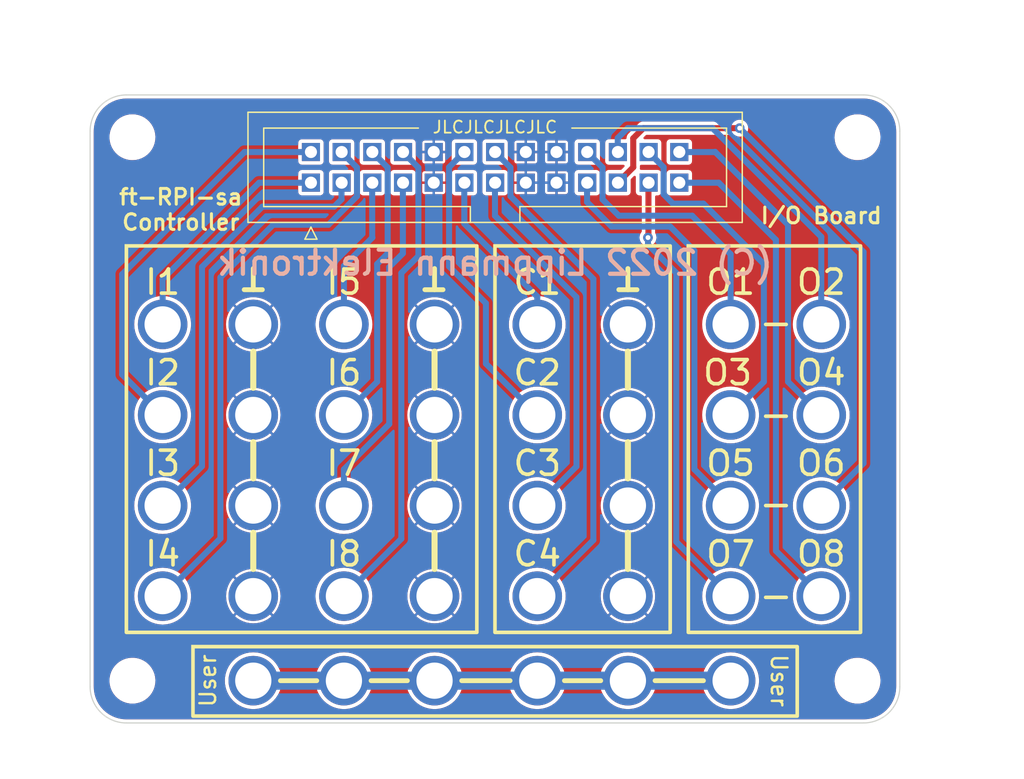
<source format=kicad_pcb>
(kicad_pcb (version 20241229) (generator "pcbnew") (generator_version "9.0")
  (layers (0 "F.Cu" signal) (2 "B.Cu" signal) (13 "F.Paste" user) (15 "B.Paste" user) (5 "F.SilkS" user "F.Silkscreen") (7 "B.SilkS" user "B.Silkscreen") (1 "F.Mask" user) (3 "B.Mask" user) (25 "Edge.Cuts" user))
  (net 0 "")
  (net 1 "Net-(C1-Pad1)")
  (net 2 "Net-(C2-Pad1)")
  (net 3 "Net-(C3-Pad1)")
  (net 4 "Net-(C4-Pad1)")
  (net 5 "GND")
  (net 6 "Net-(J1-Pad19)")
  (net 7 "Net-(J1-Pad20)")
  (net 8 "Net-(J1-Pad21)")
  (net 9 "Net-(J1-Pad22)")
  (net 10 "Net-(J1-Pad23)")
  (net 11 "Net-(J1-Pad24)")
  (net 12 "Net-(J1-Pad26)")
  (net 13 "Net-(J1-Pad25)")
  (net 14 "Net-(I1-Pad1)")
  (net 15 "Net-(RAIL2-Pad1)")
  (net 16 "Net-(I2-Pad1)")
  (net 17 "Net-(I3-Pad1)")
  (net 18 "Net-(I4-Pad1)")
  (net 19 "Net-(I5-Pad1)")
  (net 20 "Net-(I6-Pad1)")
  (net 21 "Net-(I7-Pad1)")
  (net 22 "Net-(I8-Pad1)")
  (footprint "RPI-Electronics:Bundhuelse_3mm" (layer "F.Cu") (at 122.99 71.07 90)
    (property "Reference" "GND7" (hide yes))
    (property "Value" "Conn_01x01")
    (pad "1" thru_hole circle (at 0 0 90) (size 4.1 4.1) (drill 3) (layers "*.Cu" "*.Mask") (net 5 "GND"))
  )
  (footprint "RPI-Electronics:Bundhuelse_3mm" (layer "F.Cu") (at 130.49 86.07)
    (property "Reference" "I7" (at 0 -3.5 180) (layer "F.SilkS") (effects (font (size 2 2) (thickness 0.3))))
    (property "Value" "Conn_01x01")
    (pad "1" thru_hole circle (at 0 0) (size 4.1 4.1) (drill 3) (layers "*.Cu" "*.Mask") (net 21 "Net-(I7-Pad1)"))
  )
  (footprint "MountingHole:MountingHole_3.2mm_M3_DIN965" (layer "F.Cu") (at 112.99 100.57)
    (property "Reference" "H4" (hide yes))
    (property "Value" "MountingHole")
    (pad "" np_thru_hole circle (at 0 0) (size 3.2 3.2) (drill 3.2) (layers "*.Cu" "*.Mask"))
  )
  (footprint "MountingHole:MountingHole_3.2mm_M3_DIN965" (layer "F.Cu") (at 172.99 100.57)
    (property "Reference" "H3" (hide yes))
    (property "Value" "MountingHole")
    (pad "" np_thru_hole circle (at 0 0) (size 3.2 3.2) (drill 3.2) (layers "*.Cu" "*.Mask"))
  )
  (footprint "RPI-Electronics:Bundhuelse_3mm" (layer "F.Cu") (at 146.49 100.57)
    (property "Reference" "RAIL4" (hide yes))
    (property "Value" "Conn_01x01")
    (pad "1" thru_hole circle (at 0 0) (size 4.1 4.1) (drill 3) (layers "*.Cu" "*.Mask") (net 15 "Net-(RAIL2-Pad1)"))
  )
  (footprint "RPI-Electronics:Bundhuelse_3mm" (layer "F.Cu") (at 162.49 100.57)
    (property "Reference" "RAIL6" (hide yes))
    (property "Value" "Conn_01x01")
    (pad "1" thru_hole circle (at 0 0) (size 4.1 4.1) (drill 3) (layers "*.Cu" "*.Mask") (net 15 "Net-(RAIL2-Pad1)"))
  )
  (footprint "MountingHole:MountingHole_3.2mm_M3_DIN965" (layer "F.Cu") (at 112.99 55.57)
    (property "Reference" "H1" (hide yes))
    (property "Value" "MountingHole")
    (pad "" np_thru_hole circle (at 0 0) (size 3.2 3.2) (drill 3.2) (layers "*.Cu" "*.Mask"))
  )
  (footprint "RPI-Electronics:Bundhuelse_3mm" (layer "F.Cu") (at 169.99 78.57)
    (property "Reference" "O4" (at 0 -3.5 180) (layer "F.SilkS") (effects (font (size 2 2) (thickness 0.3))))
    (property "Value" "Conn_01x01")
    (pad "1" thru_hole circle (at 0 0) (size 4.1 4.1) (drill 3) (layers "*.Cu" "*.Mask") (net 12 "Net-(J1-Pad26)"))
  )
  (footprint "RPI-Electronics:Bundhuelse_3mm" (layer "F.Cu") (at 153.99 93.57 90)
    (property "Reference" "GND8" (hide yes))
    (property "Value" "Conn_01x01")
    (pad "1" thru_hole circle (at 0 0 90) (size 4.1 4.1) (drill 3) (layers "*.Cu" "*.Mask") (net 5 "GND"))
  )
  (footprint "RPI-Electronics:Bundhuelse_3mm" (layer "F.Cu") (at 162.49 78.57)
    (property "Reference" "O3" (at -0.25 -3.5 180) (layer "F.SilkS") (effects (font (size 2 2) (thickness 0.3))))
    (property "Value" "Conn_01x01")
    (pad "1" thru_hole circle (at 0 0) (size 4.1 4.1) (drill 3) (layers "*.Cu" "*.Mask") (net 11 "Net-(J1-Pad24)"))
  )
  (footprint "RPI-Electronics:Bundhuelse_3mm" (layer "F.Cu") (at 153.99 78.57 90)
    (property "Reference" "GND10" (hide yes))
    (property "Value" "Conn_01x01")
    (pad "1" thru_hole circle (at 0 0 90) (size 4.1 4.1) (drill 3) (layers "*.Cu" "*.Mask") (net 5 "GND"))
  )
  (footprint "RPI-Electronics:Bundhuelse_3mm" (layer "F.Cu") (at 146.49 93.57 -90)
    (property "Reference" "C4" (at -3.5 0 180) (layer "F.SilkS") (effects (font (size 2 2) (thickness 0.3))))
    (property "Value" "Conn_01x01")
    (pad "1" thru_hole circle (at 0 0 270) (size 4.1 4.1) (drill 3) (layers "*.Cu" "*.Mask") (net 4 "Net-(C4-Pad1)"))
  )
  (footprint "RPI-Electronics:Bundhuelse_3mm" (layer "F.Cu") (at 146.49 71.07 -90)
    (property "Reference" "C1" (at -3.5 0 180) (layer "F.SilkS") (effects (font (size 2 2) (thickness 0.3))))
    (property "Value" "Conn_01x01")
    (pad "1" thru_hole circle (at 0 0 270) (size 4.1 4.1) (drill 3) (layers "*.Cu" "*.Mask") (net 1 "Net-(C1-Pad1)"))
  )
  (footprint "RPI-Electronics:Bundhuelse_3mm" (layer "F.Cu") (at 137.99 93.57 90)
    (property "Reference" "GND12" (hide yes))
    (property "Value" "Conn_01x01")
    (pad "1" thru_hole circle (at 0 0 90) (size 4.1 4.1) (drill 3) (layers "*.Cu" "*.Mask") (net 5 "GND"))
  )
  (footprint "RPI-Electronics:Bundhuelse_3mm" (layer "F.Cu") (at 153.99 100.57)
    (property "Reference" "RAIL5" (hide yes))
    (property "Value" "Conn_01x01")
    (pad "1" thru_hole circle (at 0 0) (size 4.1 4.1) (drill 3) (layers "*.Cu" "*.Mask") (net 15 "Net-(RAIL2-Pad1)"))
  )
  (footprint "RPI-Electronics:Bundhuelse_3mm" (layer "F.Cu") (at 137.99 86.07 90)
    (property "Reference" "GND1" (hide yes))
    (property "Value" "Conn_01x01")
    (pad "1" thru_hole circle (at 0 0 90) (size 4.1 4.1) (drill 3) (layers "*.Cu" "*.Mask") (net 5 "GND"))
  )
  (footprint "RPI-Electronics:Bundhuelse_3mm" (layer "F.Cu") (at 169.99 86.07)
    (property "Reference" "O6" (at 0 -3.5 180) (layer "F.SilkS") (effects (font (size 2 2) (thickness 0.3))))
    (property "Value" "Conn_01x01")
    (pad "1" thru_hole circle (at 0 0) (size 4.1 4.1) (drill 3) (layers "*.Cu" "*.Mask") (net 8 "Net-(J1-Pad21)"))
  )
  (footprint "RPI-Electronics:Bundhuelse_3mm" (layer "F.Cu") (at 115.49 93.57)
    (property "Reference" "I4" (at 0 -3.5 180) (layer "F.SilkS") (effects (font (size 2 2) (thickness 0.3))))
    (property "Value" "Conn_01x01")
    (pad "1" thru_hole circle (at 0 0) (size 4.1 4.1) (drill 3) (layers "*.Cu" "*.Mask") (net 18 "Net-(I4-Pad1)"))
  )
  (footprint "RPI-Electronics:Bundhuelse_3mm" (layer "F.Cu") (at 162.49 93.57)
    (property "Reference" "O7" (at 0 -3.5 180) (layer "F.SilkS") (effects (font (size 2 2) (thickness 0.3))))
    (property "Value" "Conn_01x01")
    (pad "1" thru_hole circle (at 0 0) (size 4.1 4.1) (drill 3) (layers "*.Cu" "*.Mask") (net 10 "Net-(J1-Pad23)"))
  )
  (footprint "RPI-Electronics:Bundhuelse_3mm" (layer "F.Cu") (at 130.49 71.07)
    (property "Reference" "I5" (at 0 -3.5 180) (layer "F.SilkS") (effects (font (size 2 2) (thickness 0.3))))
    (property "Value" "Conn_01x01")
    (pad "1" thru_hole circle (at 0 0) (size 4.1 4.1) (drill 3) (layers "*.Cu" "*.Mask") (net 19 "Net-(I5-Pad1)"))
  )
  (footprint "RPI-Electronics:Bundhuelse_3mm" (layer "F.Cu") (at 146.49 86.07 -90)
    (property "Reference" "C3" (at -3.5 0 180) (layer "F.SilkS") (effects (font (size 2 2) (thickness 0.3))))
    (property "Value" "Conn_01x01")
    (pad "1" thru_hole circle (at 0 0 270) (size 4.1 4.1) (drill 3) (layers "*.Cu" "*.Mask") (net 3 "Net-(C3-Pad1)"))
  )
  (footprint "RPI-Electronics:Bundhuelse_3mm" (layer "F.Cu") (at 169.99 93.57)
    (property "Reference" "O8" (at 0 -3.5 180) (layer "F.SilkS") (effects (font (size 2 2) (thickness 0.3))))
    (property "Value" "Conn_01x01")
    (pad "1" thru_hole circle (at 0 0) (size 4.1 4.1) (drill 3) (layers "*.Cu" "*.Mask") (net 13 "Net-(J1-Pad25)"))
  )
  (footprint "RPI-Electronics:Bundhuelse_3mm" (layer "F.Cu") (at 137.99 100.57)
    (property "Reference" "RAIL3" (hide yes))
    (property "Value" "Conn_01x01")
    (pad "1" thru_hole circle (at 0 0) (size 4.1 4.1) (drill 3) (layers "*.Cu" "*.Mask") (net 15 "Net-(RAIL2-Pad1)"))
  )
  (footprint "RPI-Electronics:Bundhuelse_3mm" (layer "F.Cu") (at 130.49 78.57)
    (property "Reference" "I6" (at 0 -3.5 180) (layer "F.SilkS") (effects (font (size 2 2) (thickness 0.3))))
    (property "Value" "Conn_01x01")
    (pad "1" thru_hole circle (at 0 0) (size 4.1 4.1) (drill 3) (layers "*.Cu" "*.Mask") (net 20 "Net-(I6-Pad1)"))
  )
  (footprint "RPI-Electronics:Bundhuelse_3mm" (layer "F.Cu") (at 162.49 71.07)
    (property "Reference" "O1" (at 0 -3.5 180) (layer "F.SilkS") (effects (font (size 2 2) (thickness 0.3))))
    (property "Value" "Conn_01x01")
    (pad "1" thru_hole circle (at 0 0) (size 4.1 4.1) (drill 3) (layers "*.Cu" "*.Mask") (net 7 "Net-(J1-Pad20)"))
  )
  (footprint "RPI-Electronics:Bundhuelse_3mm" (layer "F.Cu") (at 122.99 78.57 90)
    (property "Reference" "GND6" (hide yes))
    (property "Value" "Conn_01x01")
    (pad "1" thru_hole circle (at 0 0 90) (size 4.1 4.1) (drill 3) (layers "*.Cu" "*.Mask") (net 5 "GND"))
  )
  (footprint "RPI-Electronics:Bundhuelse_3mm" (layer "F.Cu") (at 122.99 100.57)
    (property "Reference" "RAIL1" (hide yes))
    (property "Value" "Conn_01x01")
    (pad "1" thru_hole circle (at 0 0) (size 4.1 4.1) (drill 3) (layers "*.Cu" "*.Mask") (net 15 "Net-(RAIL2-Pad1)"))
  )
  (footprint "RPI-Electronics:Bundhuelse_3mm" (layer "F.Cu") (at 115.49 78.57)
    (property "Reference" "I2" (at 0 -3.5 180) (layer "F.SilkS") (effects (font (size 2 2) (thickness 0.3))))
    (property "Value" "Conn_01x01")
    (pad "1" thru_hole circle (at 0 0) (size 4.1 4.1) (drill 3) (layers "*.Cu" "*.Mask") (net 16 "Net-(I2-Pad1)"))
  )
  (footprint "MountingHole:MountingHole_3.2mm_M3_DIN965" (layer "F.Cu") (at 172.99 55.57)
    (property "Reference" "H2" (hide yes))
    (property "Value" "MountingHole")
    (pad "" np_thru_hole circle (at 0 0) (size 3.2 3.2) (drill 3.2) (layers "*.Cu" "*.Mask"))
  )
  (footprint "RPI-Electronics:Bundhuelse_3mm" (layer "F.Cu") (at 162.49 86.07)
    (property "Reference" "O5" (at 0 -3.5 180) (layer "F.SilkS") (effects (font (size 2 2) (thickness 0.3))))
    (property "Value" "Conn_01x01")
    (pad "1" thru_hole circle (at 0 0) (size 4.1 4.1) (drill 3) (layers "*.Cu" "*.Mask") (net 6 "Net-(J1-Pad19)"))
  )
  (footprint "RPI-Electronics:Bundhuelse_3mm" (layer "F.Cu") (at 130.49 93.57)
    (property "Reference" "I8" (at 0 -3.5 180) (layer "F.SilkS") (effects (font (size 2 2) (thickness 0.3))))
    (property "Value" "Conn_01x01")
    (pad "1" thru_hole circle (at 0 0) (size 4.1 4.1) (drill 3) (layers "*.Cu" "*.Mask") (net 22 "Net-(I8-Pad1)"))
  )
  (footprint "Connector_IDC:IDC-Header_2x13_P2.54mm_Vertical" (layer "F.Cu") (at 127.762 59.3344 90)
    (property "Reference" "J1" (hide yes))
    (property "Value" "Conn_02x13_Odd_Even")
    (fp_line (start 5.83 -5.21) (end 5.83 35.69) (stroke (width 0.12)) (layer "F.SilkS"))
    (fp_line (start -3.29 -5.21) (end 5.83 -5.21) (stroke (width 0.12)) (layer "F.SilkS"))
    (fp_line (start 4.52 -3.91) (end 4.52 8.89) (stroke (width 0.12)) (layer "F.SilkS"))
    (fp_line (start -1.98 -3.91) (end 4.52 -3.91) (stroke (width 0.12)) (layer "F.SilkS"))
    (fp_line (start -4.68 -0.5) (end -4.68 0.5) (stroke (width 0.12)) (layer "F.SilkS"))
    (fp_line (start -3.68 0) (end -4.68 -0.5) (stroke (width 0.12)) (layer "F.SilkS"))
    (fp_line (start -4.68 0.5) (end -3.68 0) (stroke (width 0.12)) (layer "F.SilkS"))
    (fp_line (start -1.98 13.19) (end -1.98 -3.91) (stroke (width 0.12)) (layer "F.SilkS"))
    (fp_line (start -3.29 13.19) (end -1.98 13.19) (stroke (width 0.12)) (layer "F.SilkS"))
    (fp_line (start -1.98 17.29) (end -1.98 17.29) (stroke (width 0.12)) (layer "F.SilkS"))
    (fp_line (start -1.98 17.29) (end -3.29 17.29) (stroke (width 0.12)) (layer "F.SilkS"))
    (fp_line (start 4.52 21.59) (end 4.52 34.39) (stroke (width 0.12)) (layer "F.SilkS"))
    (fp_line (start 4.52 34.39) (end -1.98 34.39) (stroke (width 0.12)) (layer "F.SilkS"))
    (fp_line (start -1.98 34.39) (end -1.98 17.29) (stroke (width 0.12)) (layer "F.SilkS"))
    (fp_line (start 5.83 35.69) (end -3.29 35.69) (stroke (width 0.12)) (layer "F.SilkS"))
    (fp_line (start -3.29 35.69) (end -3.29 -5.21) (stroke (width 0.12)) (layer "F.SilkS"))
    (pad "1" thru_hole custom (at 0 0 90) (size 1.5 1.5) (drill 1) (layers "*.Cu" "*.Mask") (net 14 "Net-(I1-Pad1)") (options (clearance outline) (anchor rect)) (primitives))
    (pad "2" thru_hole custom (at 2.54 0 90) (size 1.5 1.5) (drill 1) (layers "*.Cu" "*.Mask") (net 16 "Net-(I2-Pad1)") (options (clearance outline) (anchor rect)) (primitives))
    (pad "3" thru_hole custom (at 0 2.54 90) (size 1.5 1.5) (drill 1) (layers "*.Cu" "*.Mask") (net 17 "Net-(I3-Pad1)") (options (clearance outline) (anchor rect)) (primitives))
    (pad "4" thru_hole custom (at 2.54 2.54 90) (size 1.5 1.5) (drill 1) (layers "*.Cu" "*.Mask") (net 18 "Net-(I4-Pad1)") (options (clearance outline) (anchor rect)) (primitives))
    (pad "5" thru_hole custom (at 0 5.08 90) (size 1.5 1.5) (drill 1) (layers "*.Cu" "*.Mask") (net 19 "Net-(I5-Pad1)") (options (clearance outline) (anchor rect)) (primitives))
    (pad "6" thru_hole custom (at 2.54 5.08 90) (size 1.5 1.5) (drill 1) (layers "*.Cu" "*.Mask") (net 20 "Net-(I6-Pad1)") (options (clearance outline) (anchor rect)) (primitives))
    (pad "7" thru_hole custom (at 0 7.62 90) (size 1.5 1.5) (drill 1) (layers "*.Cu" "*.Mask") (net 21 "Net-(I7-Pad1)") (options (clearance outline) (anchor rect)) (primitives))
    (pad "8" thru_hole custom (at 2.54 7.62 90) (size 1.5 1.5) (drill 1) (layers "*.Cu" "*.Mask") (net 22 "Net-(I8-Pad1)") (options (clearance outline) (anchor rect)) (primitives))
    (pad "9" thru_hole custom (at 0 10.16 90) (size 1.5 1.5) (drill 1) (layers "*.Cu" "*.Mask") (net 5 "GND") (options (clearance outline) (anchor rect)) (primitives))
    (pad "10" thru_hole custom (at 2.54 10.16 90) (size 1.5 1.5) (drill 1) (layers "*.Cu" "*.Mask") (net 5 "GND") (options (clearance outline) (anchor rect)) (primitives))
    (pad "11" thru_hole custom (at 0 12.7 90) (size 1.5 1.5) (drill 1) (layers "*.Cu" "*.Mask") (net 1 "Net-(C1-Pad1)") (options (clearance outline) (anchor rect)) (primitives))
    (pad "12" thru_hole custom (at 2.54 12.7 90) (size 1.5 1.5) (drill 1) (layers "*.Cu" "*.Mask") (net 2 "Net-(C2-Pad1)") (options (clearance outline) (anchor rect)) (primitives))
    (pad "13" thru_hole custom (at 0 15.24 90) (size 1.5 1.5) (drill 1) (layers "*.Cu" "*.Mask") (net 3 "Net-(C3-Pad1)") (options (clearance outline) (anchor rect)) (primitives))
    (pad "14" thru_hole custom (at 2.54 15.24 90) (size 1.5 1.5) (drill 1) (layers "*.Cu" "*.Mask") (net 4 "Net-(C4-Pad1)") (options (clearance outline) (anchor rect)) (primitives))
    (pad "15" thru_hole custom (at 0 17.78 90) (size 1.5 1.5) (drill 1) (layers "*.Cu" "*.Mask") (net 5 "GND") (options (clearance outline) (anchor rect)) (primitives))
    (pad "16" thru_hole custom (at 2.54 17.78 90) (size 1.5 1.5) (drill 1) (layers "*.Cu" "*.Mask") (net 5 "GND") (options (clearance outline) (anchor rect)) (primitives))
    (pad "17" thru_hole custom (at 0 20.32 90) (size 1.5 1.5) (drill 1) (layers "*.Cu" "*.Mask") (net 5 "GND") (options (clearance outline) (anchor rect)) (primitives))
    (pad "18" thru_hole custom (at 2.54 20.32 90) (size 1.5 1.5) (drill 1) (layers "*.Cu" "*.Mask") (net 5 "GND") (options (clearance outline) (anchor rect)) (primitives))
    (pad "19" thru_hole custom (at 0 22.86 90) (size 1.5 1.5) (drill 1) (layers "*.Cu" "*.Mask") (net 6 "Net-(J1-Pad19)") (options (clearance outline) (anchor rect)) (primitives))
    (pad "20" thru_hole custom (at 2.54 22.86 90) (size 1.5 1.5) (drill 1) (layers "*.Cu" "*.Mask") (net 7 "Net-(J1-Pad20)") (options (clearance outline) (anchor rect)) (primitives))
    (pad "21" thru_hole custom (at 0 25.4 90) (size 1.5 1.5) (drill 1) (layers "*.Cu" "*.Mask") (net 8 "Net-(J1-Pad21)") (options (clearance outline) (anchor rect)) (primitives))
    (pad "22" thru_hole custom (at 2.54 25.4 90) (size 1.5 1.5) (drill 1) (layers "*.Cu" "*.Mask") (net 9 "Net-(J1-Pad22)") (options (clearance outline) (anchor rect)) (primitives))
    (pad "23" thru_hole custom (at 0 27.94 90) (size 1.5 1.5) (drill 1) (layers "*.Cu" "*.Mask") (net 10 "Net-(J1-Pad23)") (options (clearance outline) (anchor rect)) (primitives))
    (pad "24" thru_hole custom (at 2.54 27.94 90) (size 1.5 1.5) (drill 1) (layers "*.Cu" "*.Mask") (net 11 "Net-(J1-Pad24)") (options (clearance outline) (anchor rect)) (primitives))
    (pad "25" thru_hole custom (at 0 30.48 90) (size 1.5 1.5) (drill 1) (layers "*.Cu" "*.Mask") (net 13 "Net-(J1-Pad25)") (options (clearance outline) (anchor rect)) (primitives))
    (pad "26" thru_hole custom (at 2.54 30.48 90) (size 1.5 1.5) (drill 1) (layers "*.Cu" "*.Mask") (net 12 "Net-(J1-Pad26)") (options (clearance outline) (anchor rect)) (primitives))
  )
  (footprint "RPI-Electronics:Bundhuelse_3mm" (layer "F.Cu") (at 153.99 86.07 90)
    (property "Reference" "GND9" (hide yes))
    (property "Value" "Conn_01x01")
    (pad "1" thru_hole circle (at 0 0 90) (size 4.1 4.1) (drill 3) (layers "*.Cu" "*.Mask") (net 5 "GND"))
  )
  (footprint "RPI-Electronics:Bundhuelse_3mm" (layer "F.Cu") (at 137.99 78.57 90)
    (property "Reference" "GND2" (hide yes))
    (property "Value" "Conn_01x01")
    (pad "1" thru_hole circle (at 0 0 90) (size 4.1 4.1) (drill 3) (layers "*.Cu" "*.Mask") (net 5 "GND"))
  )
  (footprint "RPI-Electronics:Bundhuelse_3mm" (layer "F.Cu") (at 137.99 71.07 90)
    (property "Reference" "GND3" (hide yes))
    (property "Value" "Conn_01x01")
    (pad "1" thru_hole circle (at 0 0 90) (size 4.1 4.1) (drill 3) (layers "*.Cu" "*.Mask") (net 5 "GND"))
  )
  (footprint "RPI-Electronics:Bundhuelse_3mm" (layer "F.Cu") (at 153.99 71.07 90)
    (property "Reference" "GND11" (hide yes))
    (property "Value" "Conn_01x01")
    (pad "1" thru_hole circle (at 0 0 90) (size 4.1 4.1) (drill 3) (layers "*.Cu" "*.Mask") (net 5 "GND"))
  )
  (footprint "RPI-Electronics:Bundhuelse_3mm" (layer "F.Cu") (at 130.49 100.57)
    (property "Reference" "RAIL2" (hide yes))
    (property "Value" "Conn_01x01")
    (pad "1" thru_hole circle (at 0 0) (size 4.1 4.1) (drill 3) (layers "*.Cu" "*.Mask") (net 15 "Net-(RAIL2-Pad1)"))
  )
  (footprint "RPI-Electronics:Bundhuelse_3mm" (layer "F.Cu") (at 122.99 93.57 90)
    (property "Reference" "GND4" (hide yes))
    (property "Value" "Conn_01x01")
    (pad "1" thru_hole circle (at 0 0 90) (size 4.1 4.1) (drill 3) (layers "*.Cu" "*.Mask") (net 5 "GND"))
  )
  (footprint "RPI-Electronics:Bundhuelse_3mm" (layer "F.Cu") (at 115.49 71.07)
    (property "Reference" "I1" (at 0 -3.5 180) (layer "F.SilkS") (effects (font (size 2 2) (thickness 0.3))))
    (property "Value" "Conn_01x01")
    (pad "1" thru_hole circle (at 0 0) (size 4.1 4.1) (drill 3) (layers "*.Cu" "*.Mask") (net 14 "Net-(I1-Pad1)"))
  )
  (footprint "RPI-Electronics:Bundhuelse_3mm" (layer "F.Cu") (at 146.49 78.57 -90)
    (property "Reference" "C2" (at -3.5 0 180) (layer "F.SilkS") (effects (font (size 2 2) (thickness 0.3))))
    (property "Value" "Conn_01x01")
    (pad "1" thru_hole circle (at 0 0 270) (size 4.1 4.1) (drill 3) (layers "*.Cu" "*.Mask") (net 2 "Net-(C2-Pad1)"))
  )
  (footprint "RPI-Electronics:Bundhuelse_3mm" (layer "F.Cu") (at 122.99 86.07 90)
    (property "Reference" "GND5" (hide yes))
    (property "Value" "Conn_01x01")
    (pad "1" thru_hole circle (at 0 0 90) (size 4.1 4.1) (drill 3) (layers "*.Cu" "*.Mask") (net 5 "GND"))
  )
  (footprint "RPI-Electronics:Bundhuelse_3mm" (layer "F.Cu") (at 115.49 86.07)
    (property "Reference" "I3" (at 0 -3.5 180) (layer "F.SilkS") (effects (font (size 2 2) (thickness 0.3))))
    (property "Value" "Conn_01x01")
    (pad "1" thru_hole circle (at 0 0) (size 4.1 4.1) (drill 3) (layers "*.Cu" "*.Mask") (net 17 "Net-(I3-Pad1)"))
  )
  (footprint "RPI-Electronics:Bundhuelse_3mm" (layer "F.Cu") (at 169.99 71.07)
    (property "Reference" "O2" (at 0 -3.5 180) (layer "F.SilkS") (effects (font (size 2 2) (thickness 0.3))))
    (property "Value" "Conn_01x01")
    (pad "1" thru_hole circle (at 0 0) (size 4.1 4.1) (drill 3) (layers "*.Cu" "*.Mask") (net 9 "Net-(J1-Pad22)"))
  )
  (gr_line (start 137.99 91.32) (end 137.99 88.32) (stroke (width 0.5)) (layer "F.SilkS"))
  (gr_line (start 153.99 83.82) (end 153.99 80.82) (stroke (width 0.5)) (layer "F.SilkS"))
  (gr_line (start 137.99 66.445) (end 137.99 68.195) (stroke (width 0.4)) (layer "F.SilkS"))
  (gr_line (start 122.99 66.445) (end 122.99 68.195) (stroke (width 0.4)) (layer "F.SilkS"))
  (gr_line (start 122.24 68.195) (end 123.74 68.195) (stroke (width 0.4)) (layer "F.SilkS"))
  (gr_line (start 165.39 86.07) (end 167.09 86.07) (stroke (width 0.3)) (layer "F.SilkS"))
  (gr_line (start 125.24 100.57) (end 128.24 100.57) (stroke (width 0.4)) (layer "F.SilkS"))
  (gr_line (start 137.19 68.195) (end 138.69 68.195) (stroke (width 0.4)) (layer "F.SilkS"))
  (gr_line (start 156.24 100.57) (end 160.24 100.57) (stroke (width 0.4)) (layer "F.SilkS"))
  (gr_rect (start 158.99 64.57) (end 173.24 96.57) (stroke (width 0.3)) (fill no) (layer "F.SilkS"))
  (gr_line (start 132.74 100.57) (end 135.74 100.57) (stroke (width 0.4)) (layer "F.SilkS"))
  (gr_line (start 165.39 93.67) (end 167.09 93.67) (stroke (width 0.3)) (layer "F.SilkS"))
  (gr_line (start 153.99 76.32) (end 153.99 73.32) (stroke (width 0.5)) (layer "F.SilkS"))
  (gr_line (start 122.99 83.82) (end 122.99 80.82) (stroke (width 0.5)) (layer "F.SilkS"))
  (gr_line (start 122.99 91.32) (end 122.99 88.32) (stroke (width 0.5)) (layer "F.SilkS"))
  (gr_rect (start 142.99 64.57) (end 157.49 96.57) (stroke (width 0.3)) (fill no) (layer "F.SilkS"))
  (gr_line (start 140.24 100.57) (end 144.24 100.57) (stroke (width 0.4)) (layer "F.SilkS"))
  (gr_rect (start 112.49 64.57) (end 141.49 96.57) (stroke (width 0.3)) (fill no) (layer "F.SilkS"))
  (gr_line (start 153.99 91.32) (end 153.99 88.32) (stroke (width 0.5)) (layer "F.SilkS"))
  (gr_rect (start 118 97.75) (end 168 103.5) (stroke (width 0.3)) (fill no) (layer "F.SilkS"))
  (gr_line (start 122.99 76.32) (end 122.99 73.32) (stroke (width 0.5)) (layer "F.SilkS"))
  (gr_line (start 153.24 68.195) (end 154.74 68.195) (stroke (width 0.4)) (layer "F.SilkS"))
  (gr_line (start 148.74 100.57) (end 151.74 100.57) (stroke (width 0.4)) (layer "F.SilkS"))
  (gr_line (start 137.99 83.82) (end 137.99 80.82) (stroke (width 0.5)) (layer "F.SilkS"))
  (gr_line (start 153.99 66.445) (end 153.99 68.195) (stroke (width 0.4)) (layer "F.SilkS"))
  (gr_line (start 165.39 71.07) (end 167.09 71.07) (stroke (width 0.3)) (layer "F.SilkS"))
  (gr_line (start 137.99 76.32) (end 137.99 73.32) (stroke (width 0.5)) (layer "F.SilkS"))
  (gr_line (start 165.39 78.67) (end 167.09 78.67) (stroke (width 0.3)) (layer "F.SilkS"))
  (gr_line (start 176.49 101.07) (end 176.49 55.07) (stroke (width 0.1)) (layer "Edge.Cuts"))
  (gr_line (start 112.49 52.07) (end 173.49 52.07) (stroke (width 0.1)) (layer "Edge.Cuts"))
  (gr_arc (start 112.49 104.07) (mid 110.36868 103.19132) (end 109.49 101.07) (stroke (width 0.1)) (layer "Edge.Cuts"))
  (gr_arc (start 176.49 101.07) (mid 175.61132 103.19132) (end 173.49 104.07) (stroke (width 0.1)) (layer "Edge.Cuts"))
  (gr_line (start 109.49 101.07) (end 109.49 55.07) (stroke (width 0.1)) (layer "Edge.Cuts"))
  (gr_line (start 112.49 104.07) (end 173.49 104.07) (stroke (width 0.1)) (layer "Edge.Cuts"))
  (gr_arc (start 109.49 55.07) (mid 110.36868 52.94868) (end 112.49 52.07) (stroke (width 0.1)) (layer "Edge.Cuts"))
  (gr_arc (start 173.49 52.07) (mid 175.61132 52.94868) (end 176.49 55.07) (stroke (width 0.1)) (layer "Edge.Cuts"))
  (gr_text "User" (at 119.24 100.57 90) (layer "F.SilkS") (effects (font (size 1.3 1.3) (thickness 0.2))))
  (gr_text "User" (at 166.49 100.57 270) (layer "F.SilkS") (effects (font (size 1.3 1.3) (thickness 0.2))))
  (gr_text "JLCJLCJLCJLC" (at 142.99 54.737 0) (layer "F.SilkS") (effects (font (size 1 1))))
  (gr_text "ft-RPI-sa\nController" (at 116.99 61.57 0) (layer "F.SilkS") (effects (font (size 1.3 1.3) (thickness 0.25))))
  (gr_text "I/O Board" (at 169.99 62.07 0) (layer "F.SilkS") (effects (font (size 1.3 1.3) (thickness 0.25))))
  (gr_text "(C) 2022 Lippmann Elektronik" (at 142.99 65.97 0) (layer "B.SilkS") (effects (font (size 2 2) (thickness 0.35)) (justify mirror)))
  (segment (start 140.45 59.34) (end 140.45 62.726) (width 0.5) (layer "B.Cu") (net 1))
  (segment (start 140.45 62.726) (end 146.49 68.766) (width 0.5) (layer "B.Cu") (net 1))
  (segment (start 146.49 68.766) (end 146.49 71.07) (width 0.5) (layer "B.Cu") (net 1))
  (segment (start 142.24 69.32) (end 142.24 74.32) (width 0.5) (layer "B.Cu") (net 2))
  (segment (start 142.24 74.32) (end 146.49 78.57) (width 0.5) (layer "B.Cu") (net 2))
  (segment (start 139.192 58.058) (end 139.192 66.272) (width 0.5) (layer "B.Cu") (net 2))
  (segment (start 140.45 56.8) (end 139.192 58.058) (width 0.5) (layer "B.Cu") (net 2))
  (segment (start 139.192 66.272) (end 142.24 69.32) (width 0.5) (layer "B.Cu") (net 2))
  (segment (start 142.99 62.07) (end 149.733 68.813) (width 0.5) (layer "B.Cu") (net 3))
  (segment (start 149.733 68.813) (end 149.733 82.827) (width 0.5) (layer "B.Cu") (net 3))
  (segment (start 142.99 59.34) (end 142.99 62.07) (width 0.5) (layer "B.Cu") (net 3))
  (segment (start 149.733 82.827) (end 146.49 86.07) (width 0.5) (layer "B.Cu") (net 3))
  (segment (start 151.13 67.31) (end 151.13 88.93) (width 0.5) (layer "B.Cu") (net 4))
  (segment (start 142.99 56.8) (end 144.272 58.082) (width 0.5) (layer "B.Cu") (net 4))
  (segment (start 151.13 88.93) (end 146.49 93.57) (width 0.5) (layer "B.Cu") (net 4))
  (segment (start 144.272 58.082) (end 144.272 60.452) (width 0.5) (layer "B.Cu") (net 4))
  (segment (start 144.272 60.452) (end 151.13 67.31) (width 0.5) (layer "B.Cu") (net 4))
  (segment (start 150.61 59.34) (end 150.61 60.94) (width 0.5) (layer "B.Cu") (net 6))
  (segment (start 159.49 64.969311) (end 157.491188 62.970499) (width 0.5) (layer "B.Cu") (net 6))
  (segment (start 150.61 60.94) (end 152.640499 62.970499) (width 0.5) (layer "B.Cu") (net 6))
  (segment (start 157.491188 62.970499) (end 152.640499 62.970499) (width 0.5) (layer "B.Cu") (net 6))
  (segment (start 162.49 86.07) (end 159.49 83.07) (width 0.5) (layer "B.Cu") (net 6))
  (segment (start 159.49 83.07) (end 159.49 64.969311) (width 0.5) (layer "B.Cu") (net 6))
  (segment (start 151.892 58.082) (end 151.892 60.722) (width 0.5) (layer "B.Cu") (net 7))
  (segment (start 150.61 56.8) (end 151.892 58.082) (width 0.5) (layer "B.Cu") (net 7))
  (segment (start 162.49 65.2575) (end 162.49 71.07) (width 0.5) (layer "B.Cu") (net 7))
  (segment (start 153.24 62.07) (end 159.3025 62.07) (width 0.5) (layer "B.Cu") (net 7))
  (segment (start 151.892 60.722) (end 153.24 62.07) (width 0.5) (layer "B.Cu") (net 7))
  (segment (start 159.3025 62.07) (end 162.49 65.2575) (width 0.5) (layer "B.Cu") (net 7))
  (segment (start 153.15 59.34) (end 154.432 58.058) (width 0.5) (layer "F.Cu") (net 8))
  (segment (start 154.432 55.658978) (end 155.270978 54.82) (width 0.5) (layer "F.Cu") (net 8))
  (segment (start 155.270978 54.82) (end 163.24 54.82) (width 0.5) (layer "F.Cu") (net 8))
  (segment (start 154.432 58.058) (end 154.432 55.658978) (width 0.5) (layer "F.Cu") (net 8))
  (via (at 163.24 54.82) (size 0.8) (drill 0.4) (layers "F.Cu" "B.Cu") (net 8))
  (segment (start 173.49 65.07) (end 163.24 54.82) (width 0.5) (layer "B.Cu") (net 8))
  (segment (start 169.99 86.07) (end 173.49 82.57) (width 0.5) (layer "B.Cu") (net 8))
  (segment (start 173.49 82.57) (end 173.49 65.07) (width 0.5) (layer "B.Cu") (net 8))
  (segment (start 169.99 71.07) (end 169.99 63.82) (width 0.5) (layer "B.Cu") (net 9))
  (segment (start 153.15 55.638) (end 153.15 56.8) (width 0.5) (layer "B.Cu") (net 9))
  (segment (start 160.99 54.82) (end 153.968 54.82) (width 0.5) (layer "B.Cu") (net 9))
  (segment (start 153.968 54.82) (end 153.15 55.638) (width 0.5) (layer "B.Cu") (net 9))
  (segment (start 169.99 63.82) (end 160.99 54.82) (width 0.5) (layer "B.Cu") (net 9))
  (segment (start 155.6512 63.881) (end 155.69 63.8422) (width 0.5) (layer "F.Cu") (net 10))
  (segment (start 155.69 63.8422) (end 155.69 59.34) (width 0.5) (layer "F.Cu") (net 10))
  (via (at 155.6512 63.881) (size 0.8) (drill 0.4) (layers "F.Cu" "B.Cu") (net 10))
  (segment (start 157.99 66.804) (end 157.99 89.07) (width 0.5) (layer "B.Cu") (net 10))
  (segment (start 155.6512 64.4652) (end 157.99 66.804) (width 0.5) (layer "B.Cu") (net 10))
  (segment (start 155.6512 63.881) (end 155.6512 64.4652) (width 0.5) (layer "B.Cu") (net 10))
  (segment (start 157.99 89.07) (end 162.49 93.57) (width 0.5) (layer "B.Cu") (net 10))
  (segment (start 165.24 75.82) (end 162.49 78.57) (width 0.5) (layer "B.Cu") (net 11))
  (segment (start 156.9466 60.2996) (end 157.717 61.07) (width 0.5) (layer "B.Cu") (net 11))
  (segment (start 156.9466 58.0566) (end 156.9466 60.2996) (width 0.5) (layer "B.Cu") (net 11))
  (segment (start 165.24 66.07) (end 165.24 75.82) (width 0.5) (layer "B.Cu") (net 11))
  (segment (start 155.69 56.8) (end 156.9466 58.0566) (width 0.5) (layer "B.Cu") (net 11))
  (segment (start 157.717 61.07) (end 160.24 61.07) (width 0.5) (layer "B.Cu") (net 11))
  (segment (start 160.24 61.07) (end 165.24 66.07) (width 0.5) (layer "B.Cu") (net 11))
  (segment (start 167.24 62.82) (end 167.24 75.82) (width 0.5) (layer "B.Cu") (net 12))
  (segment (start 161.185 56.8) (end 158.23 56.8) (width 0.5) (layer "B.Cu") (net 12))
  (segment (start 161.2025 56.7825) (end 161.185 56.8) (width 0.5) (layer "B.Cu") (net 12))
  (segment (start 161.2025 56.7825) (end 167.24 62.82) (width 0.5) (layer "B.Cu") (net 12))
  (segment (start 167.24 75.82) (end 169.99 78.57) (width 0.5) (layer "B.Cu") (net 12))
  (segment (start 161.51 59.34) (end 158.23 59.34) (width 0.5) (layer "B.Cu") (net 13))
  (segment (start 166.24 89.82) (end 169.99 93.57) (width 0.5) (layer "B.Cu") (net 13))
  (segment (start 166.24 64.07) (end 166.24 89.82) (width 0.5) (layer "B.Cu") (net 13))
  (segment (start 166.24 64.07) (end 161.51 59.34) (width 0.5) (layer "B.Cu") (net 13))
  (segment (start 115.49 67.32) (end 123.47 59.34) (width 0.5) (layer "B.Cu") (net 14))
  (segment (start 115.49 67.32) (end 115.49 71.07) (width 0.5) (layer "B.Cu") (net 14))
  (segment (start 123.47 59.34) (end 127.75 59.34) (width 0.5) (layer "B.Cu") (net 14))
  (segment (start 122.99 100.57) (end 162.49 100.57) (width 1.5) (layer "B.Cu") (net 15))
  (segment (start 112.141 66.919) (end 122.26 56.8) (width 0.5) (layer "B.Cu") (net 16))
  (segment (start 112.141 75.221) (end 115.49 78.57) (width 0.5) (layer "B.Cu") (net 16))
  (segment (start 112.141 66.919) (end 112.141 75.221) (width 0.5) (layer "B.Cu") (net 16))
  (segment (start 122.26 56.8) (end 127.75 56.8) (width 0.5) (layer "B.Cu") (net 16))
  (segment (start 118.745 82.815) (end 115.49 86.07) (width 0.5) (layer "B.Cu") (net 17))
  (segment (start 123.74 61.32) (end 118.745 66.315) (width 0.5) (layer "B.Cu") (net 17))
  (segment (start 118.745 66.315) (end 118.745 82.815) (width 0.5) (layer "B.Cu") (net 17))
  (segment (start 130.29 60.694) (end 130.29 59.34) (width 0.5) (layer "B.Cu") (net 17))
  (segment (start 129.688 61.32) (end 130.302 60.706) (width 0.5) (layer "B.Cu") (net 17))
  (segment (start 130.302 60.706) (end 130.29 60.694) (width 0.5) (layer "B.Cu") (net 17))
  (segment (start 123.74 61.32) (end 129.688 61.32) (width 0.5) (layer "B.Cu") (net 17))
  (segment (start 124.632 62.82) (end 129.209022 62.82) (width 0.5) (layer "B.Cu") (net 18))
  (segment (start 120.269 88.791) (end 120.269 67.183) (width 0.5) (layer "B.Cu") (net 18))
  (segment (start 120.269 67.183) (end 124.632 62.82) (width 0.5) (layer "B.Cu") (net 18))
  (segment (start 129.209022 62.82) (end 131.572 60.457022) (width 0.5) (layer "B.Cu") (net 18))
  (segment (start 131.572 58.082) (end 130.29 56.8) (width 0.5) (layer "B.Cu") (net 18))
  (segment (start 115.49 93.57) (end 120.269 88.791) (width 0.5) (layer "B.Cu") (net 18))
  (segment (start 131.572 60.457022) (end 131.572 58.082) (width 0.5) (layer "B.Cu") (net 18))
  (segment (start 132.842 63.881) (end 132.83 63.869) (width 0.5) (layer "B.Cu") (net 19))
  (segment (start 132.83 63.869) (end 132.83 59.34) (width 0.5) (layer "B.Cu") (net 19))
  (segment (start 130.49 66.233) (end 132.842 63.881) (width 0.5) (layer "B.Cu") (net 19))
  (segment (start 130.49 71.07) (end 130.49 66.233) (width 0.5) (layer "B.Cu") (net 19))
  (segment (start 133.24 66.07) (end 133.24 75.82) (width 0.5) (layer "B.Cu") (net 20))
  (segment (start 132.83 56.8) (end 134.112 58.082) (width 0.5) (layer "B.Cu") (net 20))
  (segment (start 134.112 65.198) (end 133.24 66.07) (width 0.5) (layer "B.Cu") (net 20))
  (segment (start 134.112 58.082) (end 134.112 65.198) (width 0.5) (layer "B.Cu") (net 20))
  (segment (start 133.24 75.82) (end 130.49 78.57) (width 0.5) (layer "B.Cu") (net 20))
  (segment (start 134.24 66.32) (end 134.24 79.32) (width 0.5) (layer "B.Cu") (net 21))
  (segment (start 135.37 59.34) (end 135.37 65.19) (width 0.5) (layer "B.Cu") (net 21))
  (segment (start 134.24 79.32) (end 130.49 83.07) (width 0.5) (layer "B.Cu") (net 21))
  (segment (start 135.37 65.19) (end 134.24 66.32) (width 0.5) (layer "B.Cu") (net 21))
  (segment (start 130.49 83.07) (end 130.49 86.07) (width 0.5) (layer "B.Cu") (net 21))
  (segment (start 136.652 65.408) (end 135.24 66.82) (width 0.5) (layer "B.Cu") (net 22))
  (segment (start 135.24 88.82) (end 130.49 93.57) (width 0.5) (layer "B.Cu") (net 22))
  (segment (start 135.24 66.82) (end 135.24 88.82) (width 0.5) (layer "B.Cu") (net 22))
  (segment (start 136.652 58.082) (end 136.652 65.408) (width 0.5) (layer "B.Cu") (net 22))
  (segment (start 135.37 56.8) (end 136.652 58.082) (width 0.5) (layer "B.Cu") (net 22))
  (zone (net 5) (net_name "GND") (layer "F.Cu") (connect_pads (clearance 0.3)) (min_thickness 0.2) (fill yes (thermal_gap 0.2) (thermal_bridge_width 0.2))
    (polygon (pts (xy 176.4524 104.0412) (xy 109.49 104.0412) (xy 109.49 52.07) (xy 176.4524 52.07)))
  )
  (zone (net 5) (net_name "GND") (layer "B.Cu") (connect_pads thru_hole_only (clearance 0.3)) (min_thickness 0.2) (fill yes (thermal_gap 0.2) (thermal_bridge_width 0.2))
    (polygon (pts (xy 176.5016 104.0158) (xy 109.49 104.0158) (xy 109.49 52.07) (xy 176.5016 52.07)))
  )
)
</source>
